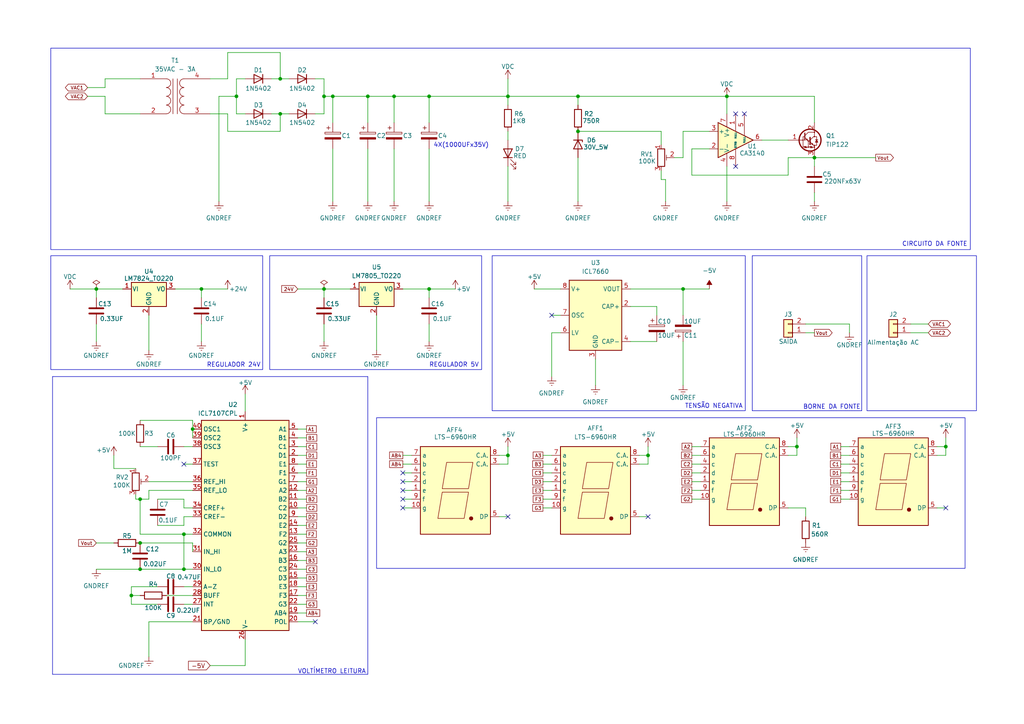
<source format=kicad_sch>
(kicad_sch (version 20230121) (generator eeschema)
  (paper "A4")
  (title_block (title "power_supply") (date "2023-09-16") (rev "v1.0") (company "NG CIRCUIT") (comment 1 "Author: Nathan Borges"))
  (lib_symbols
    (symbol "Amplifier_Operational:CA3140" (pin_names (offset 0.127))
      (property "Reference" "U" (at 6.35 5.08 0))
      (property "Value" "CA3140" (at 6.35 2.54 0))
      (symbol "CA3140_1_1"
        (pin passive line (at 0 7.62 270) (length 5.08) (name "NULL") (number "1"))
        (pin input line (at -7.62 -2.54 0) (length 2.54) (name "-") (number "2"))
        (pin input line (at -7.62 2.54 0) (length 2.54) (name "+") (number "3"))
        (pin power_in line (at -2.54 -7.62 90) (length 3.81) (name "V-") (number "4"))
        (pin passive line (at 2.54 7.62 270) (length 6.35) (name "NULL") (number "5"))
        (pin output line (at 7.62 0 180) (length 2.54) (name "~") (number "6"))
        (pin power_in line (at -2.54 7.62 270) (length 3.81) (name "V+") (number "7"))
        (pin passive line (at 0 -7.62 90) (length 5.08) (name "STRB") (number "8"))
      )
    )
    (symbol "Analog_ADC:ICL7107CPL"
      (property "Reference" "U" (at -12.7 31.75 0))
      (property "Value" "ICL7107CPL" (at 0 0 0))
      (symbol "ICL7107CPL_1_1"
        (pin power_in line (at 0 33.02 270) (length 2.54) (name "V+") (number "1"))
        (pin output line (at -15.24 5.08 0) (length 2.54) (name "C2") (number "10"))
        (pin output line (at -15.24 7.62 0) (length 2.54) (name "B2") (number "11"))
        (pin output line (at -15.24 10.16 0) (length 2.54) (name "A2") (number "12"))
        (pin output line (at -15.24 -2.54 0) (length 2.54) (name "F2") (number "13"))
        (pin output line (at -15.24 0 0) (length 2.54) (name "E2") (number "14"))
        (pin output line (at -15.24 -15.24 0) (length 2.54) (name "D3") (number "15"))
        (pin output line (at -15.24 -10.16 0) (length 2.54) (name "B3") (number "16"))
        (pin output line (at -15.24 -20.32 0) (length 2.54) (name "F3") (number "17"))
        (pin output line (at -15.24 -17.78 0) (length 2.54) (name "E3") (number "18"))
        (pin output line (at -15.24 -25.4 0) (length 2.54) (name "AB4") (number "19"))
        (pin output line (at -15.24 20.32 0) (length 2.54) (name "D1") (number "2"))
        (pin output line (at -15.24 -27.94 0) (length 2.54) (name "POL") (number "20"))
        (pin bidirectional line (at 15.24 -27.94 180) (length 2.54) (name "BP/GND") (number "21"))
        (pin output line (at -15.24 -22.86 0) (length 2.54) (name "G3") (number "22"))
        (pin output line (at -15.24 -7.62 0) (length 2.54) (name "A3") (number "23"))
        (pin output line (at -15.24 -12.7 0) (length 2.54) (name "C3") (number "24"))
        (pin output line (at -15.24 -5.08 0) (length 2.54) (name "G2") (number "25"))
        (pin power_in line (at 0 -33.02 90) (length 2.54) (name "V-") (number "26"))
        (pin passive line (at 15.24 -22.86 180) (length 2.54) (name "INT") (number "27"))
        (pin output line (at 15.24 -20.32 180) (length 2.54) (name "BUFF") (number "28"))
        (pin passive line (at 15.24 -17.78 180) (length 2.54) (name "A-Z") (number "29"))
        (pin output line (at -15.24 22.86 0) (length 2.54) (name "C1") (number "3"))
        (pin input line (at 15.24 -12.7 180) (length 2.54) (name "IN_LO") (number "30"))
        (pin input line (at 15.24 -7.62 180) (length 2.54) (name "IN_HI") (number "31"))
        (pin output line (at 15.24 -2.54 180) (length 2.54) (name "COMMON") (number "32"))
        (pin passive line (at 15.24 2.54 180) (length 2.54) (name "CREF-") (number "33"))
        (pin passive line (at 15.24 5.08 180) (length 2.54) (name "CREF+") (number "34"))
        (pin passive line (at 15.24 10.16 180) (length 2.54) (name "REF_LO") (number "35"))
        (pin passive line (at 15.24 12.7 180) (length 2.54) (name "REF_HI") (number "36"))
        (pin passive line (at 15.24 17.78 180) (length 2.54) (name "TEST") (number "37"))
        (pin passive line (at 15.24 22.86 180) (length 2.54) (name "OSC3") (number "38"))
        (pin passive line (at 15.24 25.4 180) (length 2.54) (name "OSC2") (number "39"))
        (pin output line (at -15.24 25.4 0) (length 2.54) (name "B1") (number "4"))
        (pin passive line (at 15.24 27.94 180) (length 2.54) (name "OSC1") (number "40"))
        (pin output line (at -15.24 27.94 0) (length 2.54) (name "A1") (number "5"))
        (pin output line (at -15.24 15.24 0) (length 2.54) (name "F1") (number "6"))
        (pin output line (at -15.24 12.7 0) (length 2.54) (name "G1") (number "7"))
        (pin output line (at -15.24 17.78 0) (length 2.54) (name "E1") (number "8"))
        (pin output line (at -15.24 2.54 0) (length 2.54) (name "D2") (number "9"))
      )
    )
    (symbol "Connector_Generic:Conn_01x02" (pin_names (offset 1.016) hide)
      (property "Reference" "J" (at 0 2.54 0))
      (property "Value" "Conn_01x02" (at 0 -5.08 0))
      (symbol "Conn_01x02_1_1"
        (pin passive line (at -5.08 0 0) (length 3.81) (name "Pin_1") (number "1"))
        (pin passive line (at -5.08 -2.54 0) (length 3.81) (name "Pin_2") (number "2"))
      )
    )
    (symbol "Device:C" (pin_numbers hide) (pin_names (offset 0.254))
      (property "Reference" "C" (at 0.635 2.54 0))
      (property "Value" "C" (at 0.635 -2.54 0))
      (symbol "C_1_1"
        (pin passive line (at 0 3.81 270) (length 2.794) (name "~") (number "1"))
        (pin passive line (at 0 -3.81 90) (length 2.794) (name "~") (number "2"))
      )
    )
    (symbol "Device:C_Polarized" (pin_numbers hide) (pin_names (offset 0.254))
      (property "Reference" "C" (at 0.635 2.54 0))
      (property "Value" "C_Polarized" (at 0.635 -2.54 0))
      (symbol "C_Polarized_1_1"
        (pin passive line (at 0 3.81 270) (length 2.794) (name "~") (number "1"))
        (pin passive line (at 0 -3.81 90) (length 2.794) (name "~") (number "2"))
      )
    )
    (symbol "Device:D_Zener" (pin_numbers hide) (pin_names (offset 1.016) hide)
      (property "Reference" "D" (at 0 2.54 0))
      (property "Value" "D_Zener" (at 0 -2.54 0))
      (symbol "D_Zener_1_1"
        (pin passive line (at -3.81 0 0) (length 2.54) (name "K") (number "1"))
        (pin passive line (at 3.81 0 180) (length 2.54) (name "A") (number "2"))
      )
    )
    (symbol "Device:LED" (pin_numbers hide) (pin_names (offset 1.016) hide)
      (property "Reference" "D" (at 0 2.54 0))
      (property "Value" "LED" (at 0 -2.54 0))
      (symbol "LED_1_1"
        (pin passive line (at -3.81 0 0) (length 2.54) (name "K") (number "1"))
        (pin passive line (at 3.81 0 180) (length 2.54) (name "A") (number "2"))
      )
    )
    (symbol "Device:R" (pin_numbers hide) (pin_names (offset 0))
      (property "Reference" "R" (at 2.032 0 90))
      (property "Value" "R" (at 0 0 90))
      (symbol "R_1_1"
        (pin passive line (at 0 3.81 270) (length 1.27) (name "~") (number "1"))
        (pin passive line (at 0 -3.81 90) (length 1.27) (name "~") (number "2"))
      )
    )
    (symbol "Device:R_Potentiometer_Trim" (pin_names (offset 1.016) hide)
      (property "Reference" "RV" (at -4.445 0 90))
      (property "Value" "R_Potentiometer_Trim" (at -2.54 0 90))
      (symbol "R_Potentiometer_Trim_1_1"
        (pin passive line (at 0 3.81 270) (length 1.27) (name "1") (number "1"))
        (pin passive line (at 3.81 0 180) (length 1.27) (name "2") (number "2"))
        (pin passive line (at 0 -3.81 90) (length 1.27) (name "3") (number "3"))
      )
    )
    (symbol "Device:Transformer_1P_1S" (pin_names (offset 1.016) hide)
      (property "Reference" "T" (at 0 6.35 0))
      (property "Value" "Transformer_1P_1S" (at 0 -7.62 0))
      (symbol "Transformer_1P_1S_1_1"
        (pin passive line (at -10.16 5.08 0) (length 7.62) (name "AA") (number "1"))
        (pin passive line (at -10.16 -5.08 0) (length 7.62) (name "AB") (number "2"))
        (pin passive line (at 10.16 -5.08 180) (length 7.62) (name "SA") (number "3"))
        (pin passive line (at 10.16 5.08 180) (length 7.62) (name "SB") (number "4"))
      )
    )
    (symbol "Diode:1N5402" (pin_numbers hide) (pin_names hide)
      (property "Reference" "D" (at 0 2.54 0))
      (property "Value" "1N5402" (at 0 -2.54 0))
      (symbol "1N5402_1_1"
        (pin passive line (at -3.81 0 0) (length 2.54) (name "K") (number "1"))
        (pin passive line (at 3.81 0 180) (length 2.54) (name "A") (number "2"))
      )
    )
    (symbol "Display_Character:LTS-6960HR"
      (property "Reference" "AFF" (at -7.874 13.97 0))
      (property "Value" "LTS-6960HR" (at -2.032 13.97 0))
      (symbol "LTS-6960HR_1_1"
        (pin passive line (at -12.7 0 0) (length 2.54) (name "e") (number "1"))
        (pin passive line (at -12.7 -5.08 0) (length 2.54) (name "g") (number "10"))
        (pin passive line (at -12.7 2.54 0) (length 2.54) (name "d") (number "2"))
        (pin passive line (at 12.7 7.62 180) (length 2.54) (name "C.A.") (number "3"))
        (pin passive line (at -12.7 5.08 0) (length 2.54) (name "c") (number "4"))
        (pin passive line (at 12.7 -7.62 180) (length 2.54) (name "DP") (number "5"))
        (pin passive line (at -12.7 7.62 0) (length 2.54) (name "b") (number "6"))
        (pin passive line (at -12.7 10.16 0) (length 2.54) (name "a") (number "7"))
        (pin passive line (at 12.7 10.16 180) (length 2.54) (name "C.A.") (number "8"))
        (pin passive line (at -12.7 -2.54 0) (length 2.54) (name "f") (number "9"))
      )
    )
    (symbol "Regulator_Linear:LM7805_TO220" (pin_names (offset 0.254))
      (property "Reference" "U" (at -3.81 3.175 0))
      (property "Value" "LM7805_TO220" (at 0 3.175 0))
      (symbol "LM7805_TO220_1_1"
        (pin power_in line (at -7.62 0 0) (length 2.54) (name "VI") (number "1"))
        (pin power_in line (at 0 -7.62 90) (length 2.54) (name "GND") (number "2"))
        (pin power_out line (at 7.62 0 180) (length 2.54) (name "VO") (number "3"))
      )
    )
    (symbol "Regulator_Linear:LM7824_TO220" (pin_names (offset 0.254))
      (property "Reference" "U" (at -3.81 3.175 0))
      (property "Value" "LM7824_TO220" (at 0 3.175 0))
      (symbol "LM7824_TO220_1_1"
        (pin power_in line (at -7.62 0 0) (length 2.54) (name "VI") (number "1"))
        (pin power_in line (at 0 -7.62 90) (length 2.54) (name "GND") (number "2"))
        (pin power_out line (at 7.62 0 180) (length 2.54) (name "VO") (number "3"))
      )
    )
    (symbol "Regulator_SwitchedCapacitor:ICL7660"
      (property "Reference" "U" (at -6.35 11.43 0))
      (property "Value" "ICL7660" (at 3.81 11.43 0))
      (symbol "ICL7660_1_1"
        (pin no_connect line (at -7.62 5.08 0) (length 2.54) hide (name "NC") (number "1"))
        (pin input line (at 10.16 2.54 180) (length 2.54) (name "CAP+") (number "2"))
        (pin power_in line (at 0 -12.7 90) (length 2.54) (name "GND") (number "3"))
        (pin input line (at 10.16 -7.62 180) (length 2.54) (name "CAP-") (number "4"))
        (pin power_out line (at 10.16 7.62 180) (length 2.54) (name "VOUT") (number "5"))
        (pin input line (at -10.16 -5.08 0) (length 2.54) (name "LV") (number "6"))
        (pin input line (at -10.16 0 0) (length 2.54) (name "OSC") (number "7"))
        (pin power_in line (at -10.16 7.62 0) (length 2.54) (name "V+") (number "8"))
      )
    )
    (symbol "Transistor_BJT:TIP122" (pin_names (offset 0) hide)
      (property "Reference" "Q" (at 5.08 1.905 0))
      (property "Value" "TIP122" (at 5.08 0 0))
      (symbol "TIP122_1_1"
        (pin input line (at -5.08 0 0) (length 3.81) (name "B") (number "1"))
        (pin passive line (at 2.54 5.08 270) (length 2.667) (name "C") (number "2"))
        (pin passive line (at 2.54 -5.08 90) (length 2.54) (name "E") (number "3"))
      )
    )
    (symbol "power:+24V" (power) (pin_names (offset 0))
      (property "Value" "+24V" (at 0 3.556 0))
      (symbol "+24V_1_1"
        (pin power_in line (at 0 0 90) (length 0) hide (name "+24V") (number "1"))
      )
    )
    (symbol "power:+5V" (power) (pin_names (offset 0))
      (property "Value" "+5V" (at 0 3.556 0))
      (symbol "+5V_1_1"
        (pin power_in line (at 0 0 90) (length 0) hide (name "+5V") (number "1"))
      )
    )
    (symbol "power:-5V" (power) (pin_names (offset 0))
      (property "Value" "-5V" (at 0 3.81 0))
      (symbol "-5V_0_0"
        (pin power_in line (at 0 0 90) (length 0) hide (name "-5V") (number "1"))
      )
    )
    (symbol "power:GNDREF" (power) (pin_names (offset 0))
      (property "Value" "GNDREF" (at 0 -3.81 0))
      (symbol "GNDREF_1_1"
        (pin power_in line (at 0 0 270) (length 0) hide (name "GNDREF") (number "1"))
      )
    )
    (symbol "power:PWR_FLAG" (power) (pin_numbers hide) (pin_names (offset 0) hide)
      (property "Value" "PWR_FLAG" (at 0 3.81 0))
      (symbol "PWR_FLAG_0_0"
        (pin power_out line (at 0 0 90) (length 0) (name "pwr") (number "1"))
      )
    )
    (symbol "power:VDC" (power) (pin_names (offset 0))
      (property "Value" "VDC" (at 0 6.35 0))
      (symbol "VDC_1_1"
        (pin power_in line (at 0 0 90) (length 0) hide (name "VDC") (number "1"))
      )
    )
  )
  (junction (at 231.14 129.54))
  (junction (at 147.32 132.08))
  (junction (at 40.64 144.78))
  (junction (at 53.34 154.94))
  (junction (at 198.12 83.82))
  (junction (at 40.64 157.48))
  (junction (at 236.22 45.72))
  (junction (at 274.32 129.54))
  (junction (at 58.42 83.82))
  (junction (at 106.68 27.94))
  (junction (at 40.64 165.1))
  (junction (at 55.88 124.46))
  (junction (at 187.96 132.08))
  (junction (at 96.52 27.94))
  (junction (at 93.98 83.82))
  (junction (at 27.94 83.82))
  (junction (at 210.82 27.94))
  (junction (at 124.46 83.82))
  (junction (at 167.64 38.1))
  (junction (at 81.28 22.86))
  (junction (at 53.34 165.1))
  (junction (at 167.64 27.94))
  (junction (at 93.98 27.94))
  (junction (at 114.3 27.94))
  (junction (at 124.46 27.94))
  (junction (at 81.28 33.02))
  (junction (at 38.1 172.72))
  (junction (at 147.32 27.94))
  (junction (at 68.58 27.94))
  (no_connect (at 116.84 137.16))
  (no_connect (at 53.34 134.62))
  (no_connect (at 147.32 149.86))
  (no_connect (at 116.84 139.7))
  (no_connect (at 116.84 147.32))
  (no_connect (at 116.84 142.24))
  (no_connect (at 187.96 149.86))
  (no_connect (at 213.36 33.02))
  (no_connect (at 160.02 91.44))
  (no_connect (at 274.32 147.32))
  (no_connect (at 215.9 33.02))
  (no_connect (at 91.44 180.34))
  (no_connect (at 213.36 48.26))
  (no_connect (at 116.84 144.78))
  (wire (pts (xy 119.38 132.08) (xy 116.84 132.08)))
  (wire (pts (xy 162.56 96.52) (xy 160.02 96.52)))
  (wire (pts (xy 167.64 27.94) (xy 167.64 30.48)))
  (polyline (pts (xy 15.24 109.22) (xy 15.24 195.58)))
  (wire (pts (xy 43.18 144.78) (xy 40.64 144.78)))
  (wire (pts (xy 55.88 121.92) (xy 55.88 124.46)))
  (wire (pts (xy 200.66 43.18) (xy 200.66 50.8)))
  (wire (pts (xy 81.28 38.1) (xy 66.04 38.1)))
  (wire (pts (xy 93.98 83.82) (xy 101.6 83.82)))
  (wire (pts (xy 203.2 139.7) (xy 200.66 139.7)))
  (wire (pts (xy 71.12 185.42) (xy 71.12 193.04)))
  (wire (pts (xy 185.42 134.62) (xy 187.96 134.62)))
  (wire (pts (xy 203.2 134.62) (xy 200.66 134.62)))
  (wire (pts (xy 203.2 144.78) (xy 200.66 144.78)))
  (wire (pts (xy 20.32 83.82) (xy 27.94 83.82)))
  (wire (pts (xy 106.68 27.94) (xy 106.68 35.56)))
  (wire (pts (xy 86.36 162.56) (xy 88.9 162.56)))
  (wire (pts (xy 86.36 149.86) (xy 88.9 149.86)))
  (wire (pts (xy 106.68 27.94) (xy 114.3 27.94)))
  (wire (pts (xy 172.72 104.14) (xy 172.72 111.76)))
  (wire (pts (xy 236.22 45.72) (xy 236.22 48.26)))
  (wire (pts (xy 43.18 142.24) (xy 43.18 144.78)))
  (wire (pts (xy 66.04 33.02) (xy 60.96 33.02)))
  (wire (pts (xy 86.36 177.8) (xy 88.9 177.8)))
  (wire (pts (xy 233.68 147.32) (xy 233.68 149.86)))
  (wire (pts (xy 86.36 132.08) (xy 88.9 132.08)))
  (wire (pts (xy 264.16 93.98) (xy 269.24 93.98)))
  (wire (pts (xy 96.52 27.94) (xy 106.68 27.94)))
  (wire (pts (xy 246.38 134.62) (xy 243.84 134.62)))
  (wire (pts (xy 86.36 175.26) (xy 88.9 175.26)))
  (wire (pts (xy 246.38 139.7) (xy 243.84 139.7)))
  (wire (pts (xy 86.36 147.32) (xy 88.9 147.32)))
  (wire (pts (xy 45.72 170.18) (xy 38.1 170.18)))
  (wire (pts (xy 40.64 154.94) (xy 53.34 154.94)))
  (wire (pts (xy 246.38 93.98) (xy 246.38 96.52)))
  (wire (pts (xy 114.3 27.94) (xy 114.3 35.56)))
  (wire (pts (xy 27.94 93.98) (xy 27.94 99.06)))
  (wire (pts (xy 124.46 83.82) (xy 132.08 83.82)))
  (wire (pts (xy 246.38 132.08) (xy 243.84 132.08)))
  (wire (pts (xy 40.64 121.92) (xy 55.88 121.92)))
  (wire (pts (xy 53.34 134.62) (xy 55.88 134.62)))
  (wire (pts (xy 109.22 91.44) (xy 109.22 101.6)))
  (wire (pts (xy 86.36 172.72) (xy 88.9 172.72)))
  (wire (pts (xy 30.48 22.86) (xy 40.64 22.86)))
  (wire (pts (xy 190.5 99.06) (xy 182.88 99.06)))
  (wire (pts (xy 124.46 93.98) (xy 124.46 99.06)))
  (wire (pts (xy 60.96 193.04) (xy 71.12 193.04)))
  (wire (pts (xy 86.36 124.46) (xy 88.9 124.46)))
  (wire (pts (xy 27.94 83.82) (xy 27.94 86.36)))
  (wire (pts (xy 78.74 33.02) (xy 81.28 33.02)))
  (wire (pts (xy 147.32 38.1) (xy 147.32 40.64)))
  (wire (pts (xy 246.38 144.78) (xy 243.84 144.78)))
  (wire (pts (xy 40.64 144.78) (xy 40.64 154.94)))
  (wire (pts (xy 274.32 127) (xy 274.32 129.54)))
  (wire (pts (xy 40.64 129.54) (xy 45.72 129.54)))
  (wire (pts (xy 119.38 139.7) (xy 116.84 139.7)))
  (wire (pts (xy 25.4 25.4) (xy 30.48 25.4)))
  (wire (pts (xy 45.72 152.4) (xy 53.34 152.4)))
  (wire (pts (xy 40.64 157.48) (xy 55.88 157.48)))
  (wire (pts (xy 86.36 134.62) (xy 88.9 134.62)))
  (polyline (pts (xy 15.24 109.22) (xy 106.68 109.22)))
  (wire (pts (xy 53.34 149.86) (xy 55.88 149.86)))
  (wire (pts (xy 182.88 88.9) (xy 190.5 88.9)))
  (wire (pts (xy 86.36 139.7) (xy 88.9 139.7)))
  (wire (pts (xy 45.72 175.26) (xy 38.1 175.26)))
  (wire (pts (xy 205.74 83.82) (xy 198.12 83.82)))
  (polyline (pts (xy 106.68 109.22) (xy 106.68 195.58)))
  (wire (pts (xy 86.36 180.34) (xy 91.44 180.34)))
  (wire (pts (xy 55.88 154.94) (xy 53.34 154.94)))
  (wire (pts (xy 71.12 114.3) (xy 71.12 119.38)))
  (wire (pts (xy 147.32 132.08) (xy 147.32 134.62)))
  (wire (pts (xy 147.32 129.54) (xy 147.32 132.08)))
  (wire (pts (xy 147.32 22.86) (xy 147.32 27.94)))
  (wire (pts (xy 160.02 132.08) (xy 157.48 132.08)))
  (wire (pts (xy 43.18 91.44) (xy 43.18 101.6)))
  (wire (pts (xy 167.64 38.1) (xy 191.77 38.1)))
  (wire (pts (xy 144.78 134.62) (xy 147.32 134.62)))
  (wire (pts (xy 55.88 180.34) (xy 43.18 180.34)))
  (wire (pts (xy 191.77 38.1) (xy 191.77 41.91)))
  (wire (pts (xy 195.58 45.72) (xy 198.12 45.72)))
  (wire (pts (xy 106.68 43.18) (xy 106.68 58.42)))
  (wire (pts (xy 86.36 170.18) (xy 88.9 170.18)))
  (wire (pts (xy 53.34 152.4) (xy 53.34 149.86)))
  (wire (pts (xy 160.02 142.24) (xy 157.48 142.24)))
  (wire (pts (xy 53.34 170.18) (xy 55.88 170.18)))
  (wire (pts (xy 167.64 45.72) (xy 167.64 58.42)))
  (wire (pts (xy 185.42 149.86) (xy 187.96 149.86)))
  (wire (pts (xy 187.96 129.54) (xy 187.96 132.08)))
  (wire (pts (xy 271.78 129.54) (xy 274.32 129.54)))
  (wire (pts (xy 66.04 15.24) (xy 66.04 22.86)))
  (wire (pts (xy 39.37 143.51) (xy 39.37 144.78)))
  (wire (pts (xy 124.46 27.94) (xy 147.32 27.94)))
  (wire (pts (xy 63.5 27.94) (xy 63.5 58.42)))
  (wire (pts (xy 30.48 33.02) (xy 40.64 33.02)))
  (wire (pts (xy 53.34 175.26) (xy 55.88 175.26)))
  (wire (pts (xy 39.37 144.78) (xy 40.64 144.78)))
  (wire (pts (xy 114.3 27.94) (xy 124.46 27.94)))
  (wire (pts (xy 233.68 93.98) (xy 246.38 93.98)))
  (wire (pts (xy 119.38 147.32) (xy 116.84 147.32)))
  (wire (pts (xy 203.2 129.54) (xy 200.66 129.54)))
  (wire (pts (xy 200.66 50.8) (xy 228.6 50.8)))
  (wire (pts (xy 66.04 22.86) (xy 60.96 22.86)))
  (wire (pts (xy 191.77 52.07) (xy 193.04 52.07)))
  (wire (pts (xy 86.36 129.54) (xy 88.9 129.54)))
  (wire (pts (xy 119.38 137.16) (xy 116.84 137.16)))
  (wire (pts (xy 119.38 134.62) (xy 116.84 134.62)))
  (wire (pts (xy 119.38 142.24) (xy 116.84 142.24)))
  (wire (pts (xy 210.82 27.94) (xy 167.64 27.94)))
  (wire (pts (xy 81.28 15.24) (xy 66.04 15.24)))
  (wire (pts (xy 55.88 157.48) (xy 55.88 160.02)))
  (wire (pts (xy 81.28 22.86) (xy 83.82 22.86)))
  (wire (pts (xy 58.42 93.98) (xy 58.42 99.06)))
  (wire (pts (xy 160.02 137.16) (xy 157.48 137.16)))
  (wire (pts (xy 27.94 165.1) (xy 40.64 165.1)))
  (wire (pts (xy 191.77 49.53) (xy 191.77 52.07)))
  (wire (pts (xy 30.48 25.4) (xy 30.48 22.86)))
  (wire (pts (xy 271.78 147.32) (xy 274.32 147.32)))
  (wire (pts (xy 93.98 27.94) (xy 93.98 33.02)))
  (wire (pts (xy 147.32 27.94) (xy 147.32 30.48)))
  (wire (pts (xy 91.44 22.86) (xy 93.98 22.86)))
  (wire (pts (xy 50.8 83.82) (xy 58.42 83.82)))
  (wire (pts (xy 147.32 27.94) (xy 167.64 27.94)))
  (wire (pts (xy 45.72 144.78) (xy 53.34 144.78)))
  (wire (pts (xy 246.38 137.16) (xy 243.84 137.16)))
  (wire (pts (xy 53.34 154.94) (xy 53.34 165.1)))
  (wire (pts (xy 40.64 165.1) (xy 53.34 165.1)))
  (wire (pts (xy 236.22 96.52) (xy 233.68 96.52)))
  (wire (pts (xy 119.38 144.78) (xy 116.84 144.78)))
  (wire (pts (xy 55.88 142.24) (xy 43.18 142.24)))
  (wire (pts (xy 205.74 43.18) (xy 200.66 43.18)))
  (wire (pts (xy 160.02 139.7) (xy 157.48 139.7)))
  (wire (pts (xy 81.28 33.02) (xy 81.28 38.1)))
  (wire (pts (xy 68.58 27.94) (xy 68.58 33.02)))
  (wire (pts (xy 198.12 99.06) (xy 198.12 111.76)))
  (wire (pts (xy 93.98 27.94) (xy 96.52 27.94)))
  (wire (pts (xy 198.12 91.44) (xy 198.12 83.82)))
  (wire (pts (xy 160.02 96.52) (xy 160.02 109.22)))
  (wire (pts (xy 53.34 147.32) (xy 55.88 147.32)))
  (wire (pts (xy 182.88 83.82) (xy 198.12 83.82)))
  (wire (pts (xy 86.36 154.94) (xy 88.9 154.94)))
  (wire (pts (xy 220.98 40.64) (xy 228.6 40.64)))
  (wire (pts (xy 236.22 45.72) (xy 254 45.72)))
  (wire (pts (xy 193.04 52.07) (xy 193.04 58.42)))
  (wire (pts (xy 27.94 83.82) (xy 35.56 83.82)))
  (wire (pts (xy 53.34 129.54) (xy 55.88 129.54)))
  (wire (pts (xy 38.1 175.26) (xy 38.1 172.72)))
  (wire (pts (xy 93.98 33.02) (xy 91.44 33.02)))
  (wire (pts (xy 86.36 83.82) (xy 93.98 83.82)))
  (wire (pts (xy 114.3 43.18) (xy 114.3 58.42)))
  (wire (pts (xy 228.6 129.54) (xy 231.14 129.54)))
  (wire (pts (xy 144.78 132.08) (xy 147.32 132.08)))
  (wire (pts (xy 86.36 137.16) (xy 88.9 137.16)))
  (wire (pts (xy 264.16 96.52) (xy 269.24 96.52)))
  (wire (pts (xy 30.48 27.94) (xy 30.48 33.02)))
  (wire (pts (xy 198.12 38.1) (xy 205.74 38.1)))
  (wire (pts (xy 86.36 165.1) (xy 88.9 165.1)))
  (wire (pts (xy 38.1 172.72) (xy 40.64 172.72)))
  (wire (pts (xy 58.42 83.82) (xy 58.42 86.36)))
  (wire (pts (xy 86.36 160.02) (xy 88.9 160.02)))
  (wire (pts (xy 96.52 27.94) (xy 96.52 35.56)))
  (wire (pts (xy 246.38 129.54) (xy 243.84 129.54)))
  (wire (pts (xy 236.22 55.88) (xy 236.22 58.42)))
  (wire (pts (xy 190.5 88.9) (xy 190.5 91.44)))
  (wire (pts (xy 86.36 142.24) (xy 88.9 142.24)))
  (wire (pts (xy 210.82 48.26) (xy 210.82 58.42)))
  (wire (pts (xy 78.74 22.86) (xy 81.28 22.86)))
  (wire (pts (xy 228.6 132.08) (xy 231.14 132.08)))
  (wire (pts (xy 124.46 27.94) (xy 124.46 35.56)))
  (wire (pts (xy 231.14 127) (xy 231.14 129.54)))
  (wire (pts (xy 55.88 124.46) (xy 55.88 127)))
  (wire (pts (xy 160.02 134.62) (xy 157.48 134.62)))
  (wire (pts (xy 43.18 180.34) (xy 43.18 190.5)))
  (wire (pts (xy 116.84 83.82) (xy 124.46 83.82)))
  (wire (pts (xy 81.28 22.86) (xy 81.28 15.24)))
  (wire (pts (xy 71.12 22.86) (xy 68.58 22.86)))
  (wire (pts (xy 160.02 147.32) (xy 157.48 147.32)))
  (wire (pts (xy 187.96 132.08) (xy 187.96 134.62)))
  (wire (pts (xy 53.34 165.1) (xy 55.88 165.1)))
  (wire (pts (xy 68.58 22.86) (xy 68.58 27.94)))
  (wire (pts (xy 81.28 33.02) (xy 83.82 33.02)))
  (wire (pts (xy 53.34 144.78) (xy 53.34 147.32)))
  (wire (pts (xy 236.22 35.56) (xy 236.22 27.94)))
  (wire (pts (xy 68.58 27.94) (xy 63.5 27.94)))
  (wire (pts (xy 86.36 167.64) (xy 88.9 167.64)))
  (wire (pts (xy 68.58 33.02) (xy 71.12 33.02)))
  (wire (pts (xy 154.94 83.82) (xy 162.56 83.82)))
  (polyline (pts (xy 106.68 195.58) (xy 15.24 195.58)))
  (wire (pts (xy 124.46 83.82) (xy 124.46 86.36)))
  (wire (pts (xy 25.4 27.94) (xy 30.48 27.94)))
  (wire (pts (xy 203.2 142.24) (xy 200.66 142.24)))
  (wire (pts (xy 38.1 170.18) (xy 38.1 172.72)))
  (wire (pts (xy 185.42 132.08) (xy 187.96 132.08)))
  (wire (pts (xy 210.82 33.02) (xy 210.82 27.94)))
  (wire (pts (xy 236.22 27.94) (xy 210.82 27.94)))
  (wire (pts (xy 66.04 38.1) (xy 66.04 33.02)))
  (wire (pts (xy 147.32 48.26) (xy 147.32 58.42)))
  (wire (pts (xy 93.98 83.82) (xy 93.98 86.36)))
  (wire (pts (xy 271.78 132.08) (xy 274.32 132.08)))
  (wire (pts (xy 39.37 135.89) (xy 33.02 135.89)))
  (wire (pts (xy 93.98 22.86) (xy 93.98 27.94)))
  (wire (pts (xy 43.18 139.7) (xy 55.88 139.7)))
  (wire (pts (xy 86.36 157.48) (xy 88.9 157.48)))
  (wire (pts (xy 33.02 132.08) (xy 33.02 135.89)))
  (wire (pts (xy 274.32 129.54) (xy 274.32 132.08)))
  (wire (pts (xy 203.2 132.08) (xy 200.66 132.08)))
  (wire (pts (xy 144.78 149.86) (xy 147.32 149.86)))
  (wire (pts (xy 160.02 144.78) (xy 157.48 144.78)))
  (wire (pts (xy 58.42 83.82) (xy 66.04 83.82)))
  (wire (pts (xy 93.98 93.98) (xy 93.98 99.06)))
  (wire (pts (xy 86.36 127) (xy 88.9 127)))
  (wire (pts (xy 27.94 157.48) (xy 33.02 157.48)))
  (wire (pts (xy 48.26 172.72) (xy 55.88 172.72)))
  (wire (pts (xy 96.52 43.18) (xy 96.52 58.42)))
  (wire (pts (xy 86.36 152.4) (xy 88.9 152.4)))
  (wire (pts (xy 228.6 45.72) (xy 236.22 45.72)))
  (wire (pts (xy 198.12 45.72) (xy 198.12 38.1)))
  (wire (pts (xy 231.14 129.54) (xy 231.14 132.08)))
  (wire (pts (xy 228.6 147.32) (xy 233.68 147.32)))
  (wire (pts (xy 160.02 91.44) (xy 162.56 91.44)))
  (wire (pts (xy 246.38 142.24) (xy 243.84 142.24)))
  (wire (pts (xy 203.2 137.16) (xy 200.66 137.16)))
  (wire (pts (xy 86.36 144.78) (xy 88.9 144.78)))
  (wire (pts (xy 228.6 50.8) (xy 228.6 45.72)))
  (wire (pts (xy 124.46 43.18) (xy 124.46 58.42)))
  (rectangle (start 14.732 13.97) (end 281.432 72.39))
  (rectangle (start 109.22 121.158) (end 279.908 164.846))
  (rectangle (start 218.186 74.168) (end 249.936 119.126))
  (rectangle (start 14.732 74.168) (end 76.2 107.188))
  (rectangle (start 142.748 74.168) (end 216.154 119.126))
  (rectangle (start 78.232 74.168) (end 139.7 107.188))
  (rectangle (start 251.46 74.168) (end 283.21 119.126))
  (text "TENSÃO NEGATIVA\n" (at 198.628 118.618 0) (effects (font (size 1.27 1.27)) (justify left bottom)))
  (text "VOLTÍMETRO LEITURA\n" (at 86.36 195.58 0) (effects (font (size 1.27 1.27)) (justify left bottom)))
  (text "CIRCUITO DA FONTE\n" (at 261.62 71.628 0) (effects (font (size 1.27 1.27)) (justify left bottom)))
  (text "4X(1000UFx35V)" (at 125.73 42.926 0) (effects (font (size 1.27 1.27)) (justify left bottom)))
  (text "REGULADOR 24V\n" (at 59.944 106.68 0) (effects (font (size 1.27 1.27)) (justify left bottom)))
  (text "BORNE DA FONTE\n" (at 232.918 118.872 0) (effects (font (size 1.27 1.27)) (justify left bottom)))
  (text "REGULADOR 5V\n\n" (at 124.46 108.712 0) (effects (font (size 1.27 1.27)) (justify left bottom)))
  (global_label "C2" (shape passive) (at 200.66 134.62 180) (effects (font (size 1 1))) (property "Intersheetrefs" "${INTERSHEET_REFS}" (effects hide)))
  (global_label "A1" (shape passive) (at 88.9 124.46 0) (effects (font (size 1 1))) (property "Intersheetrefs" "${INTERSHEET_REFS}" (effects hide)))
  (global_label "G2" (shape passive) (at 200.66 144.78 180) (effects (font (size 1 1))) (property "Intersheetrefs" "${INTERSHEET_REFS}" (effects hide)))
  (global_label "AB4" (shape passive) (at 116.84 132.08 180) (effects (font (size 1 1))) (property "Intersheetrefs" "${INTERSHEET_REFS}" (effects hide)))
  (global_label "E3" (shape passive) (at 88.9 170.18 0) (effects (font (size 1 1))) (property "Intersheetrefs" "${INTERSHEET_REFS}" (effects hide)))
  (global_label "F3" (shape passive) (at 157.48 144.78 180) (effects (font (size 1 1))) (property "Intersheetrefs" "${INTERSHEET_REFS}" (effects hide)))
  (global_label "E2" (shape passive) (at 200.66 139.7 180) (effects (font (size 1 1))) (property "Intersheetrefs" "${INTERSHEET_REFS}" (effects hide)))
  (global_label "D2" (shape passive) (at 88.9 149.86 0) (effects (font (size 1 1))) (property "Intersheetrefs" "${INTERSHEET_REFS}" (effects hide)))
  (global_label "E1" (shape passive) (at 243.84 139.7 180) (effects (font (size 1 1))) (property "Intersheetrefs" "${INTERSHEET_REFS}" (effects hide)))
  (global_label "D1" (shape passive) (at 88.9 132.08 0) (effects (font (size 1 1))) (property "Intersheetrefs" "${INTERSHEET_REFS}" (effects hide)))
  (global_label "-5V" (shape input) (at 60.96 193.04 180) (property "Intersheetrefs" "${INTERSHEET_REFS}" (effects hide)))
  (global_label "VAC1" (shape bidirectional) (at 269.24 93.98 0) (effects (font (size 1 1))) (property "Intersheetrefs" "${INTERSHEET_REFS}" (effects hide)))
  (global_label "D3" (shape passive) (at 157.48 139.7 180) (effects (font (size 1 1))) (property "Intersheetrefs" "${INTERSHEET_REFS}" (effects hide)))
  (global_label "AB4" (shape passive) (at 116.84 134.62 180) (effects (font (size 1 1))) (property "Intersheetrefs" "${INTERSHEET_REFS}" (effects hide)))
  (global_label "24V" (shape input) (at 86.36 83.82 180) (effects (font (size 1 1))) (property "Intersheetrefs" "${INTERSHEET_REFS}" (effects hide)))
  (global_label "C3" (shape passive) (at 157.48 137.16 180) (effects (font (size 1 1))) (property "Intersheetrefs" "${INTERSHEET_REFS}" (effects hide)))
  (global_label "A1" (shape passive) (at 243.84 129.54 180) (effects (font (size 1 1))) (property "Intersheetrefs" "${INTERSHEET_REFS}" (effects hide)))
  (global_label "B3" (shape passive) (at 88.9 162.56 0) (effects (font (size 1 1))) (property "Intersheetrefs" "${INTERSHEET_REFS}" (effects hide)))
  (global_label "D1" (shape passive) (at 243.84 137.16 180) (effects (font (size 1 1))) (property "Intersheetrefs" "${INTERSHEET_REFS}" (effects hide)))
  (global_label "Vout" (shape input) (at 27.94 157.48 180) (effects (font (size 1 1))) (property "Intersheetrefs" "${INTERSHEET_REFS}" (effects hide)))
  (global_label "A3" (shape passive) (at 157.48 132.08 180) (effects (font (size 1 1))) (property "Intersheetrefs" "${INTERSHEET_REFS}" (effects hide)))
  (global_label "VAC2" (shape bidirectional) (at 269.24 96.52 0) (effects (font (size 1 1))) (property "Intersheetrefs" "${INTERSHEET_REFS}" (effects hide)))
  (global_label "A2" (shape passive) (at 88.9 142.24 0) (effects (font (size 1 1))) (property "Intersheetrefs" "${INTERSHEET_REFS}" (effects hide)))
  (global_label "E3" (shape passive) (at 157.48 142.24 180) (effects (font (size 1 1))) (property "Intersheetrefs" "${INTERSHEET_REFS}" (effects hide)))
  (global_label "C3" (shape passive) (at 88.9 165.1 0) (effects (font (size 1 1))) (property "Intersheetrefs" "${INTERSHEET_REFS}" (effects hide)))
  (global_label "D2" (shape passive) (at 200.66 137.16 180) (effects (font (size 1 1))) (property "Intersheetrefs" "${INTERSHEET_REFS}" (effects hide)))
  (global_label "C1" (shape passive) (at 88.9 129.54 0) (effects (font (size 1 1))) (property "Intersheetrefs" "${INTERSHEET_REFS}" (effects hide)))
  (global_label "B3" (shape passive) (at 157.48 134.62 180) (effects (font (size 1 1))) (property "Intersheetrefs" "${INTERSHEET_REFS}" (effects hide)))
  (global_label "VAC2" (shape bidirectional) (at 25.4 27.94 180) (effects (font (size 1 1))) (property "Intersheetrefs" "${INTERSHEET_REFS}" (effects hide)))
  (global_label "F2" (shape passive) (at 88.9 154.94 0) (effects (font (size 1 1))) (property "Intersheetrefs" "${INTERSHEET_REFS}" (effects hide)))
  (global_label "F1" (shape passive) (at 88.9 137.16 0) (effects (font (size 1 1))) (property "Intersheetrefs" "${INTERSHEET_REFS}" (effects hide)))
  (global_label "C1" (shape passive) (at 243.84 134.62 180) (effects (font (size 1 1))) (property "Intersheetrefs" "${INTERSHEET_REFS}" (effects hide)))
  (global_label "B1" (shape passive) (at 88.9 127 0) (effects (font (size 1 1))) (property "Intersheetrefs" "${INTERSHEET_REFS}" (effects hide)))
  (global_label "A2" (shape passive) (at 200.66 129.54 180) (effects (font (size 1 1))) (property "Intersheetrefs" "${INTERSHEET_REFS}" (effects hide)))
  (global_label "D3" (shape passive) (at 88.9 167.64 0) (effects (font (size 1 1))) (property "Intersheetrefs" "${INTERSHEET_REFS}" (effects hide)))
  (global_label "Vout" (shape output) (at 236.22 96.52 0) (effects (font (size 1 1))) (property "Intersheetrefs" "${INTERSHEET_REFS}" (effects hide)))
  (global_label "C2" (shape passive) (at 88.9 147.32 0) (effects (font (size 1 1))) (property "Intersheetrefs" "${INTERSHEET_REFS}" (effects hide)))
  (global_label "VAC1" (shape bidirectional) (at 25.4 25.4 180) (effects (font (size 1 1))) (property "Intersheetrefs" "${INTERSHEET_REFS}" (effects hide)))
  (global_label "Vout" (shape output) (at 254 45.72 0) (effects (font (size 1 1))) (property "Intersheetrefs" "${INTERSHEET_REFS}" (effects hide)))
  (global_label "G2" (shape passive) (at 88.9 157.48 0) (effects (font (size 1 1))) (property "Intersheetrefs" "${INTERSHEET_REFS}" (effects hide)))
  (global_label "G3" (shape passive) (at 88.9 175.26 0) (effects (font (size 1 1))) (property "Intersheetrefs" "${INTERSHEET_REFS}" (effects hide)))
  (global_label "F1" (shape passive) (at 243.84 142.24 180) (effects (font (size 1 1))) (property "Intersheetrefs" "${INTERSHEET_REFS}" (effects hide)))
  (global_label "AB4" (shape passive) (at 88.9 177.8 0) (effects (font (size 1 1))) (property "Intersheetrefs" "${INTERSHEET_REFS}" (effects hide)))
  (global_label "F2" (shape passive) (at 200.66 142.24 180) (effects (font (size 1 1))) (property "Intersheetrefs" "${INTERSHEET_REFS}" (effects hide)))
  (global_label "G3" (shape passive) (at 157.48 147.32 180) (effects (font (size 1 1))) (property "Intersheetrefs" "${INTERSHEET_REFS}" (effects hide)))
  (global_label "G1" (shape passive) (at 243.84 144.78 180) (effects (font (size 1 1))) (property "Intersheetrefs" "${INTERSHEET_REFS}" (effects hide)))
  (global_label "B1" (shape passive) (at 243.84 132.08 180) (effects (font (size 1 1))) (property "Intersheetrefs" "${INTERSHEET_REFS}" (effects hide)))
  (global_label "G1" (shape passive) (at 88.9 139.7 0) (effects (font (size 1 1))) (property "Intersheetrefs" "${INTERSHEET_REFS}" (effects hide)))
  (global_label "E2" (shape passive) (at 88.9 152.4 0) (effects (font (size 1 1))) (property "Intersheetrefs" "${INTERSHEET_REFS}" (effects hide)))
  (global_label "A3" (shape passive) (at 88.9 160.02 0) (effects (font (size 1 1))) (property "Intersheetrefs" "${INTERSHEET_REFS}" (effects hide)))
  (global_label "B2" (shape passive) (at 200.66 132.08 180) (effects (font (size 1 1))) (property "Intersheetrefs" "${INTERSHEET_REFS}" (effects hide)))
  (global_label "E1" (shape passive) (at 88.9 134.62 0) (effects (font (size 1 1))) (property "Intersheetrefs" "${INTERSHEET_REFS}" (effects hide)))
  (global_label "B2" (shape passive) (at 88.9 144.78 0) (effects (font (size 1 1))) (property "Intersheetrefs" "${INTERSHEET_REFS}" (effects hide)))
  (global_label "F3" (shape passive) (at 88.9 172.72 0) (effects (font (size 1 1))) (property "Intersheetrefs" "${INTERSHEET_REFS}" (effects hide)))
  (symbol (lib_id "Device:C_Polarized") (at 114.3 39.37 0) (unit 1)
    (property "Reference" "C3" (at 116.84 39.37 0) (effects (justify left)))
    (property "Value" "1000UFx50V" (effects hide))
  )
  (symbol (lib_id "Device:C_Polarized") (at 106.68 39.37 0) (unit 1)
    (property "Reference" "C2" (at 109.22 39.37 0) (effects (justify left)))
    (property "Value" "1000UFx50V" (effects hide))
  )
  (symbol (lib_id "Display_Character:LTS-6960HR") (at 259.08 139.7 0) (unit 1)
    (property "Reference" "AFF3" (at 259.08 123.698 0))
    (property "Value" "LTS-6960HR" (at 259.08 125.73 0))
    (property "Footprint" "Display_7Segment:7SegmentLED_LTS6760_LTS6780" (effects hide))
    (property "Datasheet" "https://datasheet.octopart.com/LTS-6960HR-Lite-On-datasheet-11803242.pdf" (effects hide))
  )
  (symbol (lib_id "Device:R") (at 40.64 125.73 180) (unit 1)
    (property "Reference" "R3" (at 43.18 125.73 0))
    (property "Value" "100K" (at 36.83 125.73 0))
  )
  (symbol (lib_id "power:+24V") (at 66.04 83.82 0) (unit 1)
    (property "Reference" "#PWR014" (effects hide))
    (property "Value" "+24V" (at 69.088 83.82 0))
  )
  (symbol (lib_id "power:GNDREF") (at 109.22 101.6 0) (unit 1)
    (property "Reference" "#PWR09" (effects hide))
    (property "Value" "GNDREF" (at 109.22 105.664 0))
  )
  (symbol (lib_id "power:GNDREF") (at 172.72 111.76 0) (unit 1)
    (property "Reference" "#PWR025" (effects hide))
    (property "Value" "GNDREF" (at 172.72 116.586 0))
  )
  (symbol (lib_id "power:VDC") (at 20.32 83.82 0) (unit 1)
    (property "Reference" "#PWR033" (effects hide))
    (property "Value" "VDC" (at 20.32 80.264 0))
  )
  (symbol (lib_id "Device:R") (at 147.32 34.29 0) (unit 1)
    (property "Reference" "R6" (at 149.098 33.02 0) (effects (justify left)))
    (property "Value" "1K8" (at 148.59 35.052 0) (effects (justify left)))
  )
  (symbol (lib_id "power:+5V") (at 33.02 132.08 0) (unit 1)
    (property "Reference" "#PWR031" (effects hide))
    (property "Value" "+5V" (at 29.972 130.556 0))
  )
  (symbol (lib_id "Regulator_SwitchedCapacitor:ICL7660") (at 172.72 91.44 0) (unit 1)
    (property "Reference" "U3" (at 172.72 76.2 0))
    (property "Value" "ICL7660" (at 172.72 78.74 0))
    (property "Footprint" "Package_SO:SOIC-8_3.9x4.9mm_P1.27mm" (effects hide))
    (property "Datasheet" "http://datasheets.maximintegrated.com/en/ds/ICL7660-MAX1044.pdf" (effects hide))
  )
  (symbol (lib_id "power:GNDREF") (at 160.02 109.22 0) (unit 1)
    (property "Reference" "#PWR028" (effects hide))
    (property "Value" "GNDREF" (at 160.02 114.046 0))
  )
  (symbol (lib_id "Regulator_Linear:LM7824_TO220") (at 43.18 83.82 0) (unit 1)
    (property "Reference" "U4" (at 43.18 78.74 0))
    (property "Value" "LM7824_TO220" (at 43.18 80.772 0))
    (property "Footprint" "Package_TO_SOT_THT:TO-220-3_Vertical" (effects hide))
    (property "Datasheet" "https://www.onsemi.cn/PowerSolutions/document/MC7800-D.PDF" (effects hide))
  )
  (symbol (lib_id "power:VDC") (at 210.82 27.94 0) (unit 1)
    (property "Reference" "#PWR036" (effects hide))
    (property "Value" "VDC" (at 210.82 24.384 0))
  )
  (symbol (lib_id "Device:C_Polarized") (at 198.12 95.25 0) (mirror x) (unit 1)
    (property "Reference" "C11" (at 198.374 97.282 0) (effects (justify left)))
    (property "Value" "10UF" (at 198.374 93.218 0) (effects (justify left)))
  )
  (symbol (lib_id "Device:C_Polarized") (at 96.52 39.37 0) (unit 1)
    (property "Reference" "C1" (at 99.06 39.37 0) (effects (justify left)))
    (property "Value" "1000UFx50V" (effects hide))
  )
  (symbol (lib_id "power:-5V") (at 205.74 83.82 0) (unit 1)
    (property "Reference" "#PWR029" (effects hide))
    (property "Value" "-5V" (at 205.74 78.486 0))
  )
  (symbol (lib_id "Device:C") (at 27.94 90.17 0) (unit 1)
    (property "Reference" "C13" (at 28.448 88.138 0) (effects (justify left)))
    (property "Value" "0.33UF" (at 28.956 92.456 0) (effects (justify left)))
  )
  (symbol (lib_id "Transistor_BJT:TIP122") (at 233.68 40.64 0) (unit 1)
    (property "Reference" "Q1" (at 239.522 39.37 0) (effects (justify left)))
    (property "Value" "TIP122" (at 239.522 41.91 0) (effects (justify left)))
    (property "Footprint" "Package_TO_SOT_THT:TO-220-3_Vertical" (effects hide))
    (property "Datasheet" "https://www.onsemi.com/pub/Collateral/TIP120-D.PDF" (effects hide))
  )
  (symbol (lib_id "Device:R") (at 36.83 157.48 90) (unit 1)
    (property "Reference" "R5" (at 36.83 155.448 90))
    (property "Value" "1M" (at 36.83 159.766 90))
  )
  (symbol (lib_id "Device:R") (at 167.64 34.29 0) (unit 1)
    (property "Reference" "R2" (at 169.418 33.02 0) (effects (justify left)))
    (property "Value" "750R" (at 168.91 35.052 0) (effects (justify left)))
  )
  (symbol (lib_id "Display_Character:LTS-6960HR") (at 215.9 139.7 0) (unit 1)
    (property "Reference" "AFF2" (at 215.9 124.206 0))
    (property "Value" "LTS-6960HR" (at 215.9 125.984 0))
    (property "Footprint" "Display_7Segment:7SegmentLED_LTS6760_LTS6780" (effects hide))
    (property "Datasheet" "https://datasheet.octopart.com/LTS-6960HR-Lite-On-datasheet-11803242.pdf" (effects hide))
  )
  (symbol (lib_id "power:+5V") (at 154.94 83.82 0) (unit 1)
    (property "Reference" "#PWR024" (effects hide))
    (property "Value" "+5V" (at 154.94 80.264 0))
  )
  (symbol (lib_id "power:GNDREF") (at 114.3 58.42 0) (unit 1)
    (property "Reference" "#PWR05" (effects hide))
    (property "Value" "GNDREF" (at 114.3 63.246 0))
  )
  (symbol (lib_id "Diode:1N5402") (at 87.63 33.02 180) (unit 1)
    (property "Reference" "D4" (at 87.63 30.48 0))
    (property "Value" "1N5402" (at 87.63 35.56 0))
    (property "Footprint" "Diode_THT:D_DO-201AD_P15.24mm_Horizontal" (effects hide))
    (property "Datasheet" "http://www.vishay.com/docs/88516/1n5400.pdf" (effects hide))
    (property "Sim.Device" "D" (effects hide))
    (property "Sim.Pins" "1=K 2=A" (effects hide))
  )
  (symbol (lib_id "power:GNDREF") (at 63.5 58.42 0) (unit 1)
    (property "Reference" "#PWR01" (effects hide))
    (property "Value" "GNDREF" (at 63.5 63.246 0))
  )
  (symbol (lib_id "power:+5V") (at 231.14 127 0) (unit 1)
    (property "Reference" "#PWR021" (effects hide))
    (property "Value" "+5V" (at 231.14 123.444 0))
  )
  (symbol (lib_id "Device:R_Potentiometer_Trim") (at 191.77 45.72 0) (unit 1)
    (property "Reference" "RV1" (at 189.484 44.704 0) (effects (justify right)))
    (property "Value" "100K" (at 190.246 46.736 0) (effects (justify right)))
  )
  (symbol (lib_id "power:GNDREF") (at 167.64 58.42 0) (unit 1)
    (property "Reference" "#PWR07" (effects hide))
    (property "Value" "GNDREF" (at 167.64 63.246 0))
  )
  (symbol (lib_id "Display_Character:LTS-6960HR") (at 132.08 142.24 0) (unit 1)
    (property "Reference" "AFF4" (at 131.826 124.714 0))
    (property "Value" "LTS-6960HR" (at 132.08 126.746 0))
    (property "Footprint" "Display_7Segment:7SegmentLED_LTS6760_LTS6780" (effects hide))
    (property "Datasheet" "https://datasheet.octopart.com/LTS-6960HR-Lite-On-datasheet-11803242.pdf" (effects hide))
  )
  (symbol (lib_id "Diode:1N5402") (at 87.63 22.86 180) (unit 1)
    (property "Reference" "D2" (at 87.63 20.32 0))
    (property "Value" "1N5402" (at 87.63 25.654 0))
    (property "Footprint" "Diode_THT:D_DO-201AD_P15.24mm_Horizontal" (effects hide))
    (property "Datasheet" "http://www.vishay.com/docs/88516/1n5400.pdf" (effects hide))
    (property "Sim.Device" "D" (effects hide))
    (property "Sim.Pins" "1=K 2=A" (effects hide))
  )
  (symbol (lib_id "Device:C") (at 58.42 90.17 0) (unit 1)
    (property "Reference" "C14" (at 58.928 88.138 0) (effects (justify left)))
    (property "Value" "0.1UF" (at 59.436 92.456 0) (effects (justify left)))
  )
  (symbol (lib_id "Device:R_Potentiometer_Trim") (at 39.37 139.7 0) (unit 1)
    (property "Reference" "RV2" (at 37.338 138.43 0) (effects (justify right)))
    (property "Value" "100K" (at 37.846 140.716 0) (effects (justify right)))
  )
  (symbol (lib_id "power:PWR_FLAG") (at 27.94 83.82 0) (unit 1)
    (property "Reference" "#FLG01" (effects hide))
    (property "Value" "PWR_FLAG" (effects hide))
  )
  (symbol (lib_id "power:GNDREF") (at 236.22 58.42 0) (unit 1)
    (property "Reference" "#PWR010" (effects hide))
    (property "Value" "GNDREF" (at 236.22 63.246 0))
  )
  (symbol (lib_id "power:GNDREF") (at 210.82 58.42 0) (unit 1)
    (property "Reference" "#PWR015" (effects hide))
    (property "Value" "GNDREF" (at 210.82 63.246 0))
  )
  (symbol (lib_id "Display_Character:LTS-6960HR") (at 172.72 142.24 0) (unit 1)
    (property "Reference" "AFF1" (at 172.72 124.206 0))
    (property "Value" "LTS-6960HR" (at 172.72 126.746 0))
    (property "Footprint" "Display_7Segment:7SegmentLED_LTS6760_LTS6780" (effects hide))
    (property "Datasheet" "https://datasheet.octopart.com/LTS-6960HR-Lite-On-datasheet-11803242.pdf" (effects hide))
  )
  (symbol (lib_id "power:GNDREF") (at 233.68 157.48 0) (unit 1)
    (property "Reference" "#PWR018" (effects hide))
    (property "Value" "GNDREF" (at 233.68 162.306 0))
  )
  (symbol (lib_id "power:GNDREF") (at 147.32 58.42 0) (unit 1)
    (property "Reference" "#PWR013" (effects hide))
    (property "Value" "GNDREF" (at 147.32 63.246 0))
  )
  (symbol (lib_id "power:PWR_FLAG") (at 93.98 83.82 0) (unit 1)
    (property "Reference" "#FLG02" (effects hide))
    (property "Value" "PWR_FLAG" (effects hide))
  )
  (symbol (lib_id "Connector_Generic:Conn_01x02") (at 259.08 96.52 180) (unit 1)
    (property "Reference" "J2" (at 259.08 91.186 0))
    (property "Value" "Alimentação AC" (at 259.08 99.314 0))
  )
  (symbol (lib_id "Diode:1N5402") (at 74.93 33.02 180) (unit 1)
    (property "Reference" "D3" (at 74.93 30.48 0))
    (property "Value" "1N5402" (at 74.93 35.56 0))
    (property "Footprint" "Diode_THT:D_DO-201AD_P15.24mm_Horizontal" (effects hide))
    (property "Datasheet" "http://www.vishay.com/docs/88516/1n5400.pdf" (effects hide))
    (property "Sim.Device" "D" (effects hide))
    (property "Sim.Pins" "1=K 2=A" (effects hide))
  )
  (symbol (lib_id "power:GNDREF") (at 58.42 99.06 0) (unit 1)
    (property "Reference" "#PWR035" (effects hide))
    (property "Value" "GNDREF" (at 58.42 103.124 0))
  )
  (symbol (lib_id "power:GNDREF") (at 43.18 101.6 0) (unit 1)
    (property "Reference" "#PWR02" (effects hide))
    (property "Value" "GNDREF" (at 43.18 105.664 0))
  )
  (symbol (lib_id "power:+5V") (at 187.96 129.54 0) (unit 1)
    (property "Reference" "#PWR020" (effects hide))
    (property "Value" "+5V" (at 187.96 125.984 0))
  )
  (symbol (lib_id "Device:C") (at 124.46 90.17 0) (unit 1)
    (property "Reference" "C16" (at 124.968 88.138 0) (effects (justify left)))
    (property "Value" "0.1UF" (at 125.476 92.456 0) (effects (justify left)))
  )
  (symbol (lib_id "Device:C_Polarized") (at 190.5 95.25 0) (unit 1)
    (property "Reference" "C10" (at 190.754 93.218 0) (effects (justify left)))
    (property "Value" "10UF" (at 190.754 97.282 0) (effects (justify left)))
  )
  (symbol (lib_id "power:+5V") (at 274.32 127 0) (unit 1)
    (property "Reference" "#PWR022" (effects hide))
    (property "Value" "+5V" (at 274.32 123.444 0))
  )
  (symbol (lib_id "power:GNDREF") (at 93.98 99.06 0) (unit 1)
    (property "Reference" "#PWR026" (effects hide))
    (property "Value" "GNDREF" (at 93.98 103.124 0))
  )
  (symbol (lib_id "Amplifier_Operational:CA3140") (at 213.36 40.64 0) (unit 1)
    (property "Reference" "U1" (at 218.186 42.418 0))
    (property "Value" "CA3140" (at 218.186 44.45 0))
    (property "Datasheet" "http://www.intersil.com/content/dam/intersil/documents/ca31/ca3140-a.pdf" (effects hide))
  )
  (symbol (lib_id "power:GNDREF") (at 124.46 99.06 0) (unit 1)
    (property "Reference" "#PWR027" (effects hide))
    (property "Value" "GNDREF" (at 124.46 103.124 0))
  )
  (symbol (lib_id "power:GNDREF") (at 43.18 190.5 0) (unit 1)
    (property "Reference" "#PWR011" (effects hide))
    (property "Value" "GNDREF" (at 38.1 193.04 0))
  )
  (symbol (lib_id "power:GNDREF") (at 106.68 58.42 0) (unit 1)
    (property "Reference" "#PWR04" (effects hide))
    (property "Value" "GNDREF" (at 106.68 63.246 0))
  )
  (symbol (lib_id "power:GNDREF") (at 246.38 96.52 0) (unit 1)
    (property "Reference" "#PWR030" (effects hide))
    (property "Value" "GNDREF" (at 246.38 100.076 0))
  )
  (symbol (lib_id "Device:C_Polarized") (at 124.46 39.37 0) (unit 1)
    (property "Reference" "C4" (at 127 39.37 0) (effects (justify left)))
    (property "Value" "1000UFx50V" (effects hide))
  )
  (symbol (lib_id "Device:Transformer_1P_1S") (at 50.8 27.94 0) (unit 1)
    (property "Reference" "T1" (at 50.8127 17.526 0))
    (property "Value" "35VAC - 3A" (at 50.8127 20.066 0))
  )
  (symbol (lib_id "Device:C") (at 40.64 161.29 0) (unit 1)
    (property "Reference" "C12" (at 44.196 159.258 0))
    (property "Value" "0.02UF" (at 44.958 163.576 0))
  )
  (symbol (lib_id "Device:C") (at 49.53 129.54 270) (unit 1)
    (property "Reference" "C6" (at 49.53 126.238 90))
    (property "Value" "100PF" (at 49.53 132.842 90))
  )
  (symbol (lib_id "Device:R") (at 233.68 153.67 0) (unit 1)
    (property "Reference" "R1" (at 235.458 152.4 0) (effects (justify left)))
    (property "Value" "560R" (at 235.204 154.94 0) (effects (justify left)))
  )
  (symbol (lib_id "power:+5V") (at 132.08 83.82 0) (unit 1)
    (property "Reference" "#PWR016" (effects hide))
    (property "Value" "+5V" (at 134.366 83.82 0))
  )
  (symbol (lib_id "Device:R") (at 44.45 172.72 90) (unit 1)
    (property "Reference" "R4" (at 44.45 169.418 90))
    (property "Value" "100K" (at 44.45 176.276 90))
  )
  (symbol (lib_id "Device:C") (at 49.53 175.26 90) (unit 1)
    (property "Reference" "C9" (at 49.53 178.562 90))
    (property "Value" "0.22UF" (at 54.61 177.038 90))
  )
  (symbol (lib_id "Connector_Generic:Conn_01x02") (at 228.6 96.52 180) (unit 1)
    (property "Reference" "J3" (at 228.6 91.186 0))
    (property "Value" "SAÍDA" (at 228.6 99.06 0))
  )
  (symbol (lib_id "Device:C") (at 45.72 148.59 0) (unit 1)
    (property "Reference" "C7" (at 47.498 146.304 0))
    (property "Value" "0.1UF" (at 48.768 150.876 0))
  )
  (symbol (lib_id "power:GNDREF") (at 124.46 58.42 0) (unit 1)
    (property "Reference" "#PWR06" (effects hide))
    (property "Value" "GNDREF" (at 124.46 63.246 0))
  )
  (symbol (lib_id "power:VDC") (at 147.32 22.86 0) (unit 1)
    (property "Reference" "#PWR032" (effects hide))
    (property "Value" "VDC" (at 147.32 19.304 0))
  )
  (symbol (lib_id "Regulator_Linear:LM7805_TO220") (at 109.22 83.82 0) (unit 1)
    (property "Reference" "U5" (at 109.22 77.47 0))
    (property "Value" "LM7805_TO220" (at 109.22 80.01 0))
    (property "Footprint" "Package_TO_SOT_THT:TO-220-3_Vertical" (effects hide))
    (property "Datasheet" "https://www.onsemi.cn/PowerSolutions/document/MC7800-D.PDF" (effects hide))
  )
  (symbol (lib_id "power:+5V") (at 71.12 114.3 0) (unit 1)
    (property "Reference" "#PWR023" (effects hide))
    (property "Value" "+5V" (at 71.12 110.998 0))
  )
  (symbol (lib_id "power:GNDREF") (at 27.94 99.06 0) (unit 1)
    (property "Reference" "#PWR034" (effects hide))
    (property "Value" "GNDREF" (at 27.94 103.124 0))
  )
  (symbol (lib_id "Diode:1N5402") (at 74.93 22.86 180) (unit 1)
    (property "Reference" "D1" (at 74.93 20.32 0))
    (property "Value" "1N5402" (at 74.93 25.654 0))
    (property "Footprint" "Diode_THT:D_DO-201AD_P15.24mm_Horizontal" (effects hide))
    (property "Datasheet" "http://www.vishay.com/docs/88516/1n5400.pdf" (effects hide))
    (property "Sim.Device" "D" (effects hide))
    (property "Sim.Pins" "1=K 2=A" (effects hide))
  )
  (symbol (lib_id "power:GNDREF") (at 198.12 111.76 0) (unit 1)
    (property "Reference" "#PWR012" (effects hide))
    (property "Value" "GNDREF" (at 198.12 115.316 0))
  )
  (symbol (lib_id "power:+5V") (at 147.32 129.54 0) (unit 1)
    (property "Reference" "#PWR019" (effects hide))
    (property "Value" "+5V" (at 147.32 125.984 0))
  )
  (symbol (lib_id "Device:C") (at 93.98 90.17 0) (unit 1)
    (property "Reference" "C15" (at 94.488 88.138 0) (effects (justify left)))
    (property "Value" "0.33UF" (at 94.996 92.456 0) (effects (justify left)))
  )
  (symbol (lib_id "power:GNDREF") (at 193.04 58.42 0) (unit 1)
    (property "Reference" "#PWR08" (effects hide))
    (property "Value" "GNDREF" (at 193.04 63.246 0))
  )
  (symbol (lib_id "Device:LED") (at 147.32 44.45 90) (unit 1)
    (property "Reference" "D7" (at 149.352 43.18 90) (effects (justify right)))
    (property "Value" "RED" (at 148.844 45.212 90) (effects (justify right)))
  )
  (symbol (lib_id "Device:D_Zener") (at 167.64 41.91 270) (unit 1)
    (property "Reference" "D6" (at 170.18 40.64 90) (effects (justify left)))
    (property "Value" "30V_5W" (at 169.164 42.672 90) (effects (justify left)))
  )
  (symbol (lib_id "power:GNDREF") (at 27.94 165.1 0) (unit 1)
    (property "Reference" "#PWR017" (effects hide))
    (property "Value" "GNDREF" (at 27.94 169.926 0))
  )
  (symbol (lib_id "power:GNDREF") (at 96.52 58.42 0) (unit 1)
    (property "Reference" "#PWR03" (effects hide))
    (property "Value" "GNDREF" (at 96.52 63.246 0))
  )
  (symbol (lib_id "Analog_ADC:ICL7107CPL") (at 71.12 152.4 0) (mirror y) (unit 1)
    (property "Reference" "U2" (at 68.9259 117.348 0) (effects (justify left)))
    (property "Value" "ICL7107CPL" (at 68.9259 119.888 0) (effects (justify left)))
    (property "Footprint" "Package_DIP:DIP-40_W15.24mm_Socket_LongPads" (effects hide))
    (property "Datasheet" "https://www.renesas.com/eu/en/www/doc/datasheet/icl7106-07-07s.pdf" (effects hide))
  )
  (symbol (lib_id "Device:C") (at 49.53 170.18 90) (unit 1)
    (property "Reference" "C8" (at 49.53 167.132 90))
    (property "Value" "0.47UF" (at 54.864 167.386 90))
  )
  (symbol (lib_id "Device:C") (at 236.22 52.07 0) (unit 1)
    (property "Reference" "C5" (at 238.506 50.546 0) (effects (justify left)))
    (property "Value" "220NFx63V" (at 239.014 52.578 0) (effects (justify left)))
  )
)
</source>
